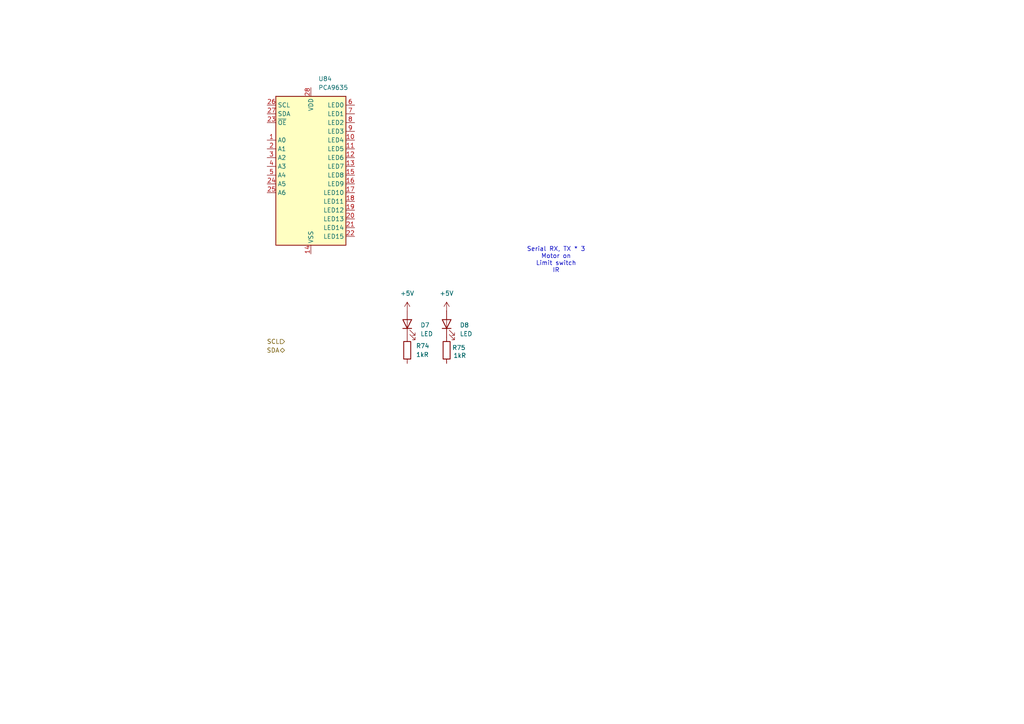
<source format=kicad_sch>
(kicad_sch (version 20250114) (generator "eeschema") (generator_version "9.0")
  (paper "A4")
  (lib_symbols
    (symbol "+5V_1" (power) (pin_numbers (hide yes)) (pin_names (offset 0) (hide yes))
      (property "Value" "+5V" (at 0 3.556 0))
      (symbol "+5V_1_0_1"
        (polyline (pts (xy -0.762 1.27) (xy 0 2.54)))
        (polyline (pts (xy 0 2.54) (xy 0.762 1.27)))
        (polyline (pts (xy 0 0) (xy 0 2.54)))
      )
      (symbol "+5V_1_1_1"
        (pin power_in line (at 0 0 90) (length 0) (name "~") (number "1"))
      )
    )
    (symbol "Device:LED" (pin_numbers (hide yes)) (pin_names (offset 1.016) (hide yes))
      (property "Reference" "D" (at 0 2.54 0))
      (property "Value" "LED" (at 0 -2.54 0))
      (symbol "LED_0_1"
        (polyline (pts (xy -3.048 -0.762) (xy -4.572 -2.286) (xy -3.81 -2.286) (xy -4.572 -2.286) (xy -4.572 -1.524)))
        (polyline (pts (xy -1.778 -0.762) (xy -3.302 -2.286) (xy -2.54 -2.286) (xy -3.302 -2.286) (xy -3.302 -1.524)))
        (polyline (pts (xy -1.27 0) (xy 1.27 0)))
        (polyline (pts (xy -1.27 -1.27) (xy -1.27 1.27)) (stroke (width 0.254)))
        (polyline (pts (xy 1.27 -1.27) (xy 1.27 1.27) (xy -1.27 0) (xy 1.27 -1.27)) (stroke (width 0.254)))
      )
      (symbol "LED_1_1"
        (pin passive line (at -3.81 0 0) (length 2.54) (name "K") (number "1"))
        (pin passive line (at 3.81 0 180) (length 2.54) (name "A") (number "2"))
      )
    )
    (symbol "Device:R" (pin_numbers (hide yes)) (pin_names (offset 0))
      (property "Reference" "R" (at 2.032 0 90))
      (property "Value" "R" (at 0 0 90))
      (symbol "R_0_1"
        (rectangle (start -1.016 -2.54) (end 1.016 2.54) (stroke (width 0.254)))
      )
      (symbol "R_1_1"
        (pin passive line (at 0 3.81 270) (length 1.27) (name "~") (number "1"))
        (pin passive line (at 0 -3.81 90) (length 1.27) (name "~") (number "2"))
      )
    )
    (symbol "Driver_LED:PCA9635"
      (property "Reference" "U" (at -10.16 24.13 0))
      (property "Value" "PCA9635" (at 2.54 -21.59 0))
      (symbol "PCA9635_0_1"
        (rectangle (start -10.16 22.86) (end 10.16 -20.32) (stroke (width 0.254)) (fill (type background)))
      )
      (symbol "PCA9635_1_1"
        (pin input line (at -12.7 20.32 0) (length 2.54) (name "SCL") (number "26"))
        (pin bidirectional line (at -12.7 17.78 0) (length 2.54) (name "SDA") (number "27"))
        (pin input line (at -12.7 15.24 0) (length 2.54) (name "~{OE}") (number "23"))
        (pin input line (at -12.7 10.16 0) (length 2.54) (name "A0") (number "1"))
        (pin input line (at -12.7 7.62 0) (length 2.54) (name "A1") (number "2"))
        (pin input line (at -12.7 5.08 0) (length 2.54) (name "A2") (number "3"))
        (pin input line (at -12.7 2.54 0) (length 2.54) (name "A3") (number "4"))
        (pin input line (at -12.7 0 0) (length 2.54) (name "A4") (number "5"))
        (pin input line (at -12.7 -2.54 0) (length 2.54) (name "A5") (number "24"))
        (pin input line (at -12.7 -5.08 0) (length 2.54) (name "A6") (number "25"))
        (pin power_in line (at 0 25.4 270) (length 2.54) (name "VDD") (number "28"))
        (pin power_in line (at 0 -22.86 90) (length 2.54) (name "VSS") (number "14"))
        (pin output line (at 12.7 20.32 180) (length 2.54) (name "LED0") (number "6"))
        (pin output line (at 12.7 17.78 180) (length 2.54) (name "LED1") (number "7"))
        (pin output line (at 12.7 15.24 180) (length 2.54) (name "LED2") (number "8"))
        (pin output line (at 12.7 12.7 180) (length 2.54) (name "LED3") (number "9"))
        (pin output line (at 12.7 10.16 180) (length 2.54) (name "LED4") (number "10"))
        (pin output line (at 12.7 7.62 180) (length 2.54) (name "LED5") (number "11"))
        (pin output line (at 12.7 5.08 180) (length 2.54) (name "LED6") (number "12"))
        (pin output line (at 12.7 2.54 180) (length 2.54) (name "LED7") (number "13"))
        (pin output line (at 12.7 0 180) (length 2.54) (name "LED8") (number "15"))
        (pin output line (at 12.7 -2.54 180) (length 2.54) (name "LED9") (number "16"))
        (pin output line (at 12.7 -5.08 180) (length 2.54) (name "LED10") (number "17"))
        (pin output line (at 12.7 -7.62 180) (length 2.54) (name "LED11") (number "18"))
        (pin output line (at 12.7 -10.16 180) (length 2.54) (name "LED12") (number "19"))
        (pin output line (at 12.7 -12.7 180) (length 2.54) (name "LED13") (number "20"))
        (pin output line (at 12.7 -15.24 180) (length 2.54) (name "LED14") (number "21"))
        (pin output line (at 12.7 -17.78 180) (length 2.54) (name "LED15") (number "22"))
      )
    )
  )
  (text "Serial RX, TX * 3\nMotor on\nLimit switch\nIR" (at 161.29 75.438 0) (effects (font (size 1.27 1.27))))
  (hierarchical_label "SCL" (shape input) (at 82.55 99.06 180))
  (hierarchical_label "SDA" (shape bidirectional) (at 82.55 101.6 180))
  (symbol (lib_name "+5V_1") (lib_id "power:+5V") (at 118.11 90.17 0) (unit 1)
    (property "Reference" "#PWR0511" (effects (hide yes)))
    (property "Value" "+5V" (at 118.11 85.09 0))
    (property "Description" "Power symbol creates a global label with name \"+5V\"" (effects (hide yes)))
  )
  (symbol (lib_id "Device:LED") (at 118.11 93.98 90) (unit 1)
    (property "Reference" "D7" (at 121.92 94.2974 90) (effects (justify right)))
    (property "Value" "LED" (at 121.92 96.8374 90) (effects (justify right)))
    (property "Footprint" "LED_THT:LED_D3.0mm" (effects (hide yes)))
    (property "Datasheet" "https://optoelectronics.liteon.com/upload/download/DS20-2005-059/LTL-4231N-001.pdf" (effects (hide yes)))
    (property "Description" "Light emitting diode" (effects (hide yes)))
    (property "MPN" "LTL-4231N" (effects (hide yes)))
  )
  (symbol (lib_id "Driver_LED:PCA9635") (at 90.17 50.8 0) (unit 1)
    (property "Reference" "U84" (at 92.3133 22.86 0) (effects (justify left)))
    (property "Value" "PCA9635" (at 92.3133 25.4 0) (effects (justify left)))
    (property "Footprint" "Package_SO:TSSOP-28_4.4x9.7mm_P0.65mm" (effects (hide yes)))
    (property "Datasheet" "https://www.nxp.com/docs/en/data-sheet/PCA9635.pdf" (effects (hide yes)))
    (property "Description" "16-bit PWM Fm+ I2C-bus LED driver, TSSOP-28" (effects (hide yes)))
  )
  (symbol (lib_id "Device:R") (at 129.54 101.6 0) (mirror x) (unit 1)
    (property "Reference" "R75" (at 133.096 100.838 0))
    (property "Value" "1kR" (at 133.35 103.124 0))
    (property "Footprint" "Resistor_SMD:R_0805_2012Metric" (effects (hide yes)))
    (property "Description" "Resistor" (effects (hide yes)))
  )
  (symbol (lib_name "+5V_1") (lib_id "power:+5V") (at 129.54 90.17 0) (unit 1)
    (property "Reference" "#PWR0512" (effects (hide yes)))
    (property "Value" "+5V" (at 129.54 85.09 0))
    (property "Description" "Power symbol creates a global label with name \"+5V\"" (effects (hide yes)))
  )
  (symbol (lib_id "Device:R") (at 118.11 101.6 180) (unit 1)
    (property "Reference" "R74" (at 120.65 100.3299 0) (effects (justify right)))
    (property "Value" "1kR" (at 120.65 102.8699 0) (effects (justify right)))
    (property "Footprint" "Resistor_SMD:R_0805_2012Metric" (effects (hide yes)))
    (property "Description" "Resistor" (effects (hide yes)))
  )
  (symbol (lib_id "Device:LED") (at 129.54 93.98 90) (unit 1)
    (property "Reference" "D8" (at 133.35 94.2974 90) (effects (justify right)))
    (property "Value" "LED" (at 133.35 96.8374 90) (effects (justify right)))
    (property "Footprint" "LED_THT:LED_D3.0mm" (effects (hide yes)))
    (property "Datasheet" "https://optoelectronics.liteon.com/upload/download/DS20-2005-059/LTL-4231N-001.pdf" (effects (hide yes)))
    (property "Description" "Light emitting diode" (effects (hide yes)))
    (property "MPN" "LTL-4231N" (effects (hide yes)))
  )
)
</source>
